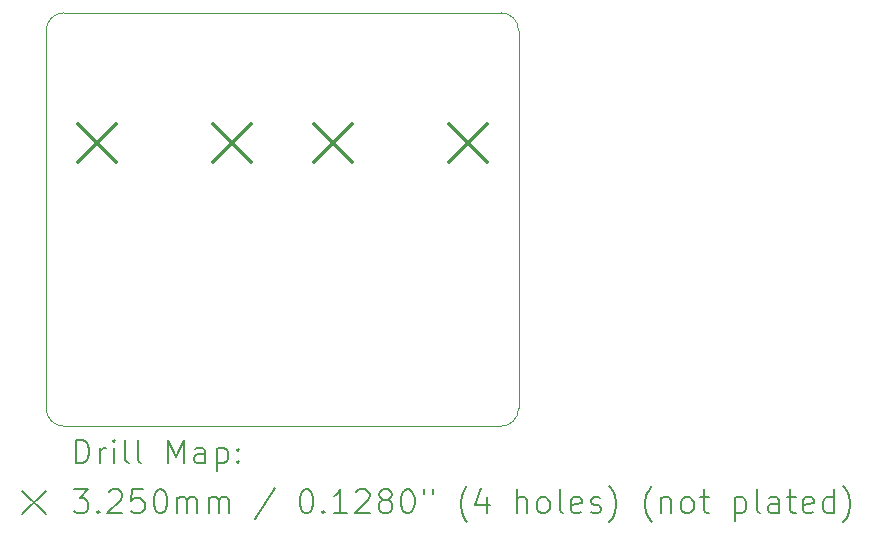
<source format=gbr>
%TF.GenerationSoftware,KiCad,Pcbnew,(6.0.7)*%
%TF.CreationDate,2022-08-03T23:31:26+02:00*%
%TF.ProjectId,rj45-pinheader-breakout,726a3435-2d70-4696-9e68-65616465722d,rev?*%
%TF.SameCoordinates,Original*%
%TF.FileFunction,Drillmap*%
%TF.FilePolarity,Positive*%
%FSLAX45Y45*%
G04 Gerber Fmt 4.5, Leading zero omitted, Abs format (unit mm)*
G04 Created by KiCad (PCBNEW (6.0.7)) date 2022-08-03 23:31:26*
%MOMM*%
%LPD*%
G01*
G04 APERTURE LIST*
%ADD10C,0.100000*%
%ADD11C,0.200000*%
%ADD12C,0.325000*%
G04 APERTURE END LIST*
D10*
X16300000Y-6650000D02*
X16300000Y-9850000D01*
X12450000Y-10000000D02*
X16150000Y-10000000D01*
X16300000Y-6650000D02*
G75*
G03*
X16150000Y-6500000I-150000J0D01*
G01*
X16150000Y-10000000D02*
G75*
G03*
X16300000Y-9850000I0J150000D01*
G01*
X12300000Y-9850000D02*
G75*
G03*
X12450000Y-10000000I150000J0D01*
G01*
X12450000Y-6500000D02*
G75*
G03*
X12300000Y-6650000I0J-150000D01*
G01*
X12300000Y-6650000D02*
X12300000Y-9850000D01*
X12450000Y-6500000D02*
X16150000Y-6500000D01*
D11*
D12*
X12566000Y-7442500D02*
X12891000Y-7767500D01*
X12891000Y-7442500D02*
X12566000Y-7767500D01*
X13709000Y-7442500D02*
X14034000Y-7767500D01*
X14034000Y-7442500D02*
X13709000Y-7767500D01*
X14566000Y-7442500D02*
X14891000Y-7767500D01*
X14891000Y-7442500D02*
X14566000Y-7767500D01*
X15709000Y-7442500D02*
X16034000Y-7767500D01*
X16034000Y-7442500D02*
X15709000Y-7767500D01*
D11*
X12552619Y-10315476D02*
X12552619Y-10115476D01*
X12600238Y-10115476D01*
X12628809Y-10125000D01*
X12647857Y-10144048D01*
X12657381Y-10163095D01*
X12666905Y-10201190D01*
X12666905Y-10229762D01*
X12657381Y-10267857D01*
X12647857Y-10286905D01*
X12628809Y-10305952D01*
X12600238Y-10315476D01*
X12552619Y-10315476D01*
X12752619Y-10315476D02*
X12752619Y-10182143D01*
X12752619Y-10220238D02*
X12762143Y-10201190D01*
X12771667Y-10191667D01*
X12790714Y-10182143D01*
X12809762Y-10182143D01*
X12876428Y-10315476D02*
X12876428Y-10182143D01*
X12876428Y-10115476D02*
X12866905Y-10125000D01*
X12876428Y-10134524D01*
X12885952Y-10125000D01*
X12876428Y-10115476D01*
X12876428Y-10134524D01*
X13000238Y-10315476D02*
X12981190Y-10305952D01*
X12971667Y-10286905D01*
X12971667Y-10115476D01*
X13105000Y-10315476D02*
X13085952Y-10305952D01*
X13076428Y-10286905D01*
X13076428Y-10115476D01*
X13333571Y-10315476D02*
X13333571Y-10115476D01*
X13400238Y-10258333D01*
X13466905Y-10115476D01*
X13466905Y-10315476D01*
X13647857Y-10315476D02*
X13647857Y-10210714D01*
X13638333Y-10191667D01*
X13619286Y-10182143D01*
X13581190Y-10182143D01*
X13562143Y-10191667D01*
X13647857Y-10305952D02*
X13628809Y-10315476D01*
X13581190Y-10315476D01*
X13562143Y-10305952D01*
X13552619Y-10286905D01*
X13552619Y-10267857D01*
X13562143Y-10248810D01*
X13581190Y-10239286D01*
X13628809Y-10239286D01*
X13647857Y-10229762D01*
X13743095Y-10182143D02*
X13743095Y-10382143D01*
X13743095Y-10191667D02*
X13762143Y-10182143D01*
X13800238Y-10182143D01*
X13819286Y-10191667D01*
X13828809Y-10201190D01*
X13838333Y-10220238D01*
X13838333Y-10277381D01*
X13828809Y-10296429D01*
X13819286Y-10305952D01*
X13800238Y-10315476D01*
X13762143Y-10315476D01*
X13743095Y-10305952D01*
X13924048Y-10296429D02*
X13933571Y-10305952D01*
X13924048Y-10315476D01*
X13914524Y-10305952D01*
X13924048Y-10296429D01*
X13924048Y-10315476D01*
X13924048Y-10191667D02*
X13933571Y-10201190D01*
X13924048Y-10210714D01*
X13914524Y-10201190D01*
X13924048Y-10191667D01*
X13924048Y-10210714D01*
X12095000Y-10545000D02*
X12295000Y-10745000D01*
X12295000Y-10545000D02*
X12095000Y-10745000D01*
X12533571Y-10535476D02*
X12657381Y-10535476D01*
X12590714Y-10611667D01*
X12619286Y-10611667D01*
X12638333Y-10621190D01*
X12647857Y-10630714D01*
X12657381Y-10649762D01*
X12657381Y-10697381D01*
X12647857Y-10716429D01*
X12638333Y-10725952D01*
X12619286Y-10735476D01*
X12562143Y-10735476D01*
X12543095Y-10725952D01*
X12533571Y-10716429D01*
X12743095Y-10716429D02*
X12752619Y-10725952D01*
X12743095Y-10735476D01*
X12733571Y-10725952D01*
X12743095Y-10716429D01*
X12743095Y-10735476D01*
X12828809Y-10554524D02*
X12838333Y-10545000D01*
X12857381Y-10535476D01*
X12905000Y-10535476D01*
X12924048Y-10545000D01*
X12933571Y-10554524D01*
X12943095Y-10573571D01*
X12943095Y-10592619D01*
X12933571Y-10621190D01*
X12819286Y-10735476D01*
X12943095Y-10735476D01*
X13124048Y-10535476D02*
X13028809Y-10535476D01*
X13019286Y-10630714D01*
X13028809Y-10621190D01*
X13047857Y-10611667D01*
X13095476Y-10611667D01*
X13114524Y-10621190D01*
X13124048Y-10630714D01*
X13133571Y-10649762D01*
X13133571Y-10697381D01*
X13124048Y-10716429D01*
X13114524Y-10725952D01*
X13095476Y-10735476D01*
X13047857Y-10735476D01*
X13028809Y-10725952D01*
X13019286Y-10716429D01*
X13257381Y-10535476D02*
X13276428Y-10535476D01*
X13295476Y-10545000D01*
X13305000Y-10554524D01*
X13314524Y-10573571D01*
X13324048Y-10611667D01*
X13324048Y-10659286D01*
X13314524Y-10697381D01*
X13305000Y-10716429D01*
X13295476Y-10725952D01*
X13276428Y-10735476D01*
X13257381Y-10735476D01*
X13238333Y-10725952D01*
X13228809Y-10716429D01*
X13219286Y-10697381D01*
X13209762Y-10659286D01*
X13209762Y-10611667D01*
X13219286Y-10573571D01*
X13228809Y-10554524D01*
X13238333Y-10545000D01*
X13257381Y-10535476D01*
X13409762Y-10735476D02*
X13409762Y-10602143D01*
X13409762Y-10621190D02*
X13419286Y-10611667D01*
X13438333Y-10602143D01*
X13466905Y-10602143D01*
X13485952Y-10611667D01*
X13495476Y-10630714D01*
X13495476Y-10735476D01*
X13495476Y-10630714D02*
X13505000Y-10611667D01*
X13524048Y-10602143D01*
X13552619Y-10602143D01*
X13571667Y-10611667D01*
X13581190Y-10630714D01*
X13581190Y-10735476D01*
X13676428Y-10735476D02*
X13676428Y-10602143D01*
X13676428Y-10621190D02*
X13685952Y-10611667D01*
X13705000Y-10602143D01*
X13733571Y-10602143D01*
X13752619Y-10611667D01*
X13762143Y-10630714D01*
X13762143Y-10735476D01*
X13762143Y-10630714D02*
X13771667Y-10611667D01*
X13790714Y-10602143D01*
X13819286Y-10602143D01*
X13838333Y-10611667D01*
X13847857Y-10630714D01*
X13847857Y-10735476D01*
X14238333Y-10525952D02*
X14066905Y-10783095D01*
X14495476Y-10535476D02*
X14514524Y-10535476D01*
X14533571Y-10545000D01*
X14543095Y-10554524D01*
X14552619Y-10573571D01*
X14562143Y-10611667D01*
X14562143Y-10659286D01*
X14552619Y-10697381D01*
X14543095Y-10716429D01*
X14533571Y-10725952D01*
X14514524Y-10735476D01*
X14495476Y-10735476D01*
X14476428Y-10725952D01*
X14466905Y-10716429D01*
X14457381Y-10697381D01*
X14447857Y-10659286D01*
X14447857Y-10611667D01*
X14457381Y-10573571D01*
X14466905Y-10554524D01*
X14476428Y-10545000D01*
X14495476Y-10535476D01*
X14647857Y-10716429D02*
X14657381Y-10725952D01*
X14647857Y-10735476D01*
X14638333Y-10725952D01*
X14647857Y-10716429D01*
X14647857Y-10735476D01*
X14847857Y-10735476D02*
X14733571Y-10735476D01*
X14790714Y-10735476D02*
X14790714Y-10535476D01*
X14771667Y-10564048D01*
X14752619Y-10583095D01*
X14733571Y-10592619D01*
X14924048Y-10554524D02*
X14933571Y-10545000D01*
X14952619Y-10535476D01*
X15000238Y-10535476D01*
X15019286Y-10545000D01*
X15028809Y-10554524D01*
X15038333Y-10573571D01*
X15038333Y-10592619D01*
X15028809Y-10621190D01*
X14914524Y-10735476D01*
X15038333Y-10735476D01*
X15152619Y-10621190D02*
X15133571Y-10611667D01*
X15124048Y-10602143D01*
X15114524Y-10583095D01*
X15114524Y-10573571D01*
X15124048Y-10554524D01*
X15133571Y-10545000D01*
X15152619Y-10535476D01*
X15190714Y-10535476D01*
X15209762Y-10545000D01*
X15219286Y-10554524D01*
X15228809Y-10573571D01*
X15228809Y-10583095D01*
X15219286Y-10602143D01*
X15209762Y-10611667D01*
X15190714Y-10621190D01*
X15152619Y-10621190D01*
X15133571Y-10630714D01*
X15124048Y-10640238D01*
X15114524Y-10659286D01*
X15114524Y-10697381D01*
X15124048Y-10716429D01*
X15133571Y-10725952D01*
X15152619Y-10735476D01*
X15190714Y-10735476D01*
X15209762Y-10725952D01*
X15219286Y-10716429D01*
X15228809Y-10697381D01*
X15228809Y-10659286D01*
X15219286Y-10640238D01*
X15209762Y-10630714D01*
X15190714Y-10621190D01*
X15352619Y-10535476D02*
X15371667Y-10535476D01*
X15390714Y-10545000D01*
X15400238Y-10554524D01*
X15409762Y-10573571D01*
X15419286Y-10611667D01*
X15419286Y-10659286D01*
X15409762Y-10697381D01*
X15400238Y-10716429D01*
X15390714Y-10725952D01*
X15371667Y-10735476D01*
X15352619Y-10735476D01*
X15333571Y-10725952D01*
X15324048Y-10716429D01*
X15314524Y-10697381D01*
X15305000Y-10659286D01*
X15305000Y-10611667D01*
X15314524Y-10573571D01*
X15324048Y-10554524D01*
X15333571Y-10545000D01*
X15352619Y-10535476D01*
X15495476Y-10535476D02*
X15495476Y-10573571D01*
X15571667Y-10535476D02*
X15571667Y-10573571D01*
X15866905Y-10811667D02*
X15857381Y-10802143D01*
X15838333Y-10773571D01*
X15828809Y-10754524D01*
X15819286Y-10725952D01*
X15809762Y-10678333D01*
X15809762Y-10640238D01*
X15819286Y-10592619D01*
X15828809Y-10564048D01*
X15838333Y-10545000D01*
X15857381Y-10516429D01*
X15866905Y-10506905D01*
X16028809Y-10602143D02*
X16028809Y-10735476D01*
X15981190Y-10525952D02*
X15933571Y-10668810D01*
X16057381Y-10668810D01*
X16285952Y-10735476D02*
X16285952Y-10535476D01*
X16371667Y-10735476D02*
X16371667Y-10630714D01*
X16362143Y-10611667D01*
X16343095Y-10602143D01*
X16314524Y-10602143D01*
X16295476Y-10611667D01*
X16285952Y-10621190D01*
X16495476Y-10735476D02*
X16476428Y-10725952D01*
X16466905Y-10716429D01*
X16457381Y-10697381D01*
X16457381Y-10640238D01*
X16466905Y-10621190D01*
X16476428Y-10611667D01*
X16495476Y-10602143D01*
X16524048Y-10602143D01*
X16543095Y-10611667D01*
X16552619Y-10621190D01*
X16562143Y-10640238D01*
X16562143Y-10697381D01*
X16552619Y-10716429D01*
X16543095Y-10725952D01*
X16524048Y-10735476D01*
X16495476Y-10735476D01*
X16676428Y-10735476D02*
X16657381Y-10725952D01*
X16647857Y-10706905D01*
X16647857Y-10535476D01*
X16828810Y-10725952D02*
X16809762Y-10735476D01*
X16771667Y-10735476D01*
X16752619Y-10725952D01*
X16743095Y-10706905D01*
X16743095Y-10630714D01*
X16752619Y-10611667D01*
X16771667Y-10602143D01*
X16809762Y-10602143D01*
X16828810Y-10611667D01*
X16838333Y-10630714D01*
X16838333Y-10649762D01*
X16743095Y-10668810D01*
X16914524Y-10725952D02*
X16933571Y-10735476D01*
X16971667Y-10735476D01*
X16990714Y-10725952D01*
X17000238Y-10706905D01*
X17000238Y-10697381D01*
X16990714Y-10678333D01*
X16971667Y-10668810D01*
X16943095Y-10668810D01*
X16924048Y-10659286D01*
X16914524Y-10640238D01*
X16914524Y-10630714D01*
X16924048Y-10611667D01*
X16943095Y-10602143D01*
X16971667Y-10602143D01*
X16990714Y-10611667D01*
X17066905Y-10811667D02*
X17076429Y-10802143D01*
X17095476Y-10773571D01*
X17105000Y-10754524D01*
X17114524Y-10725952D01*
X17124048Y-10678333D01*
X17124048Y-10640238D01*
X17114524Y-10592619D01*
X17105000Y-10564048D01*
X17095476Y-10545000D01*
X17076429Y-10516429D01*
X17066905Y-10506905D01*
X17428810Y-10811667D02*
X17419286Y-10802143D01*
X17400238Y-10773571D01*
X17390714Y-10754524D01*
X17381190Y-10725952D01*
X17371667Y-10678333D01*
X17371667Y-10640238D01*
X17381190Y-10592619D01*
X17390714Y-10564048D01*
X17400238Y-10545000D01*
X17419286Y-10516429D01*
X17428810Y-10506905D01*
X17505000Y-10602143D02*
X17505000Y-10735476D01*
X17505000Y-10621190D02*
X17514524Y-10611667D01*
X17533571Y-10602143D01*
X17562143Y-10602143D01*
X17581190Y-10611667D01*
X17590714Y-10630714D01*
X17590714Y-10735476D01*
X17714524Y-10735476D02*
X17695476Y-10725952D01*
X17685952Y-10716429D01*
X17676429Y-10697381D01*
X17676429Y-10640238D01*
X17685952Y-10621190D01*
X17695476Y-10611667D01*
X17714524Y-10602143D01*
X17743095Y-10602143D01*
X17762143Y-10611667D01*
X17771667Y-10621190D01*
X17781190Y-10640238D01*
X17781190Y-10697381D01*
X17771667Y-10716429D01*
X17762143Y-10725952D01*
X17743095Y-10735476D01*
X17714524Y-10735476D01*
X17838333Y-10602143D02*
X17914524Y-10602143D01*
X17866905Y-10535476D02*
X17866905Y-10706905D01*
X17876429Y-10725952D01*
X17895476Y-10735476D01*
X17914524Y-10735476D01*
X18133571Y-10602143D02*
X18133571Y-10802143D01*
X18133571Y-10611667D02*
X18152619Y-10602143D01*
X18190714Y-10602143D01*
X18209762Y-10611667D01*
X18219286Y-10621190D01*
X18228810Y-10640238D01*
X18228810Y-10697381D01*
X18219286Y-10716429D01*
X18209762Y-10725952D01*
X18190714Y-10735476D01*
X18152619Y-10735476D01*
X18133571Y-10725952D01*
X18343095Y-10735476D02*
X18324048Y-10725952D01*
X18314524Y-10706905D01*
X18314524Y-10535476D01*
X18505000Y-10735476D02*
X18505000Y-10630714D01*
X18495476Y-10611667D01*
X18476429Y-10602143D01*
X18438333Y-10602143D01*
X18419286Y-10611667D01*
X18505000Y-10725952D02*
X18485952Y-10735476D01*
X18438333Y-10735476D01*
X18419286Y-10725952D01*
X18409762Y-10706905D01*
X18409762Y-10687857D01*
X18419286Y-10668810D01*
X18438333Y-10659286D01*
X18485952Y-10659286D01*
X18505000Y-10649762D01*
X18571667Y-10602143D02*
X18647857Y-10602143D01*
X18600238Y-10535476D02*
X18600238Y-10706905D01*
X18609762Y-10725952D01*
X18628810Y-10735476D01*
X18647857Y-10735476D01*
X18790714Y-10725952D02*
X18771667Y-10735476D01*
X18733571Y-10735476D01*
X18714524Y-10725952D01*
X18705000Y-10706905D01*
X18705000Y-10630714D01*
X18714524Y-10611667D01*
X18733571Y-10602143D01*
X18771667Y-10602143D01*
X18790714Y-10611667D01*
X18800238Y-10630714D01*
X18800238Y-10649762D01*
X18705000Y-10668810D01*
X18971667Y-10735476D02*
X18971667Y-10535476D01*
X18971667Y-10725952D02*
X18952619Y-10735476D01*
X18914524Y-10735476D01*
X18895476Y-10725952D01*
X18885952Y-10716429D01*
X18876429Y-10697381D01*
X18876429Y-10640238D01*
X18885952Y-10621190D01*
X18895476Y-10611667D01*
X18914524Y-10602143D01*
X18952619Y-10602143D01*
X18971667Y-10611667D01*
X19047857Y-10811667D02*
X19057381Y-10802143D01*
X19076429Y-10773571D01*
X19085952Y-10754524D01*
X19095476Y-10725952D01*
X19105000Y-10678333D01*
X19105000Y-10640238D01*
X19095476Y-10592619D01*
X19085952Y-10564048D01*
X19076429Y-10545000D01*
X19057381Y-10516429D01*
X19047857Y-10506905D01*
M02*

</source>
